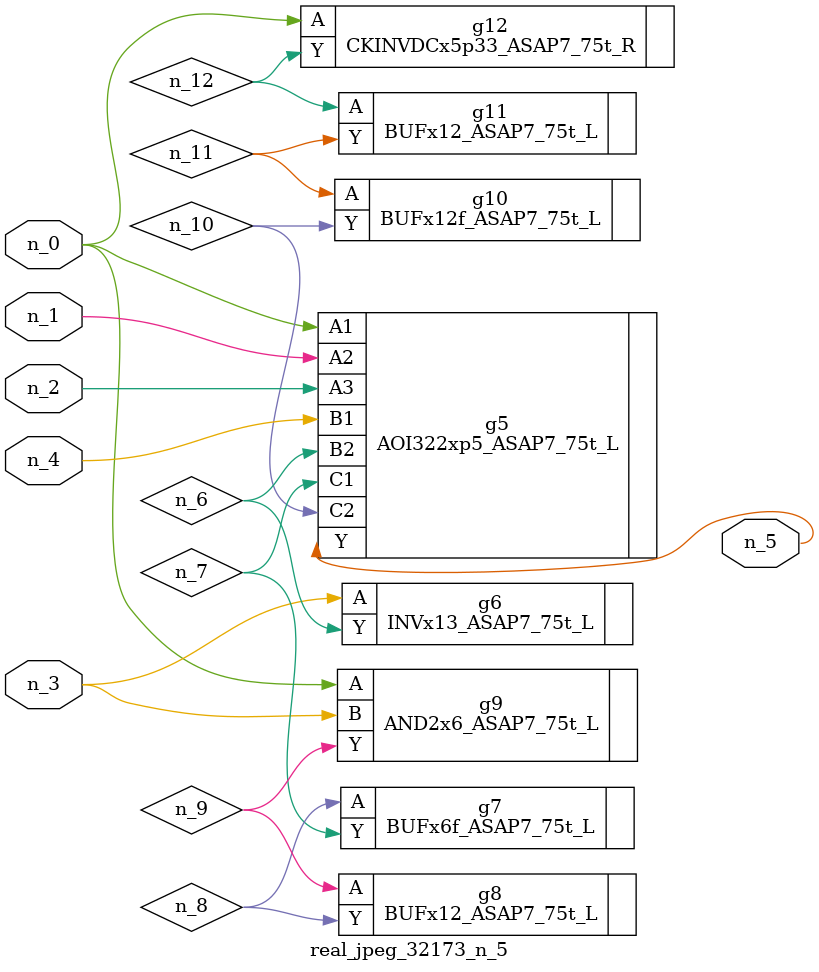
<source format=v>
module real_jpeg_32173_n_5 (n_4, n_0, n_1, n_2, n_3, n_5);

input n_4;
input n_0;
input n_1;
input n_2;
input n_3;

output n_5;

wire n_12;
wire n_8;
wire n_11;
wire n_6;
wire n_7;
wire n_10;
wire n_9;

AOI322xp5_ASAP7_75t_L g5 ( 
.A1(n_0),
.A2(n_1),
.A3(n_2),
.B1(n_4),
.B2(n_6),
.C1(n_7),
.C2(n_10),
.Y(n_5)
);

AND2x6_ASAP7_75t_L g9 ( 
.A(n_0),
.B(n_3),
.Y(n_9)
);

CKINVDCx5p33_ASAP7_75t_R g12 ( 
.A(n_0),
.Y(n_12)
);

INVx13_ASAP7_75t_L g6 ( 
.A(n_3),
.Y(n_6)
);

BUFx6f_ASAP7_75t_L g7 ( 
.A(n_8),
.Y(n_7)
);

BUFx12_ASAP7_75t_L g8 ( 
.A(n_9),
.Y(n_8)
);

BUFx12f_ASAP7_75t_L g10 ( 
.A(n_11),
.Y(n_10)
);

BUFx12_ASAP7_75t_L g11 ( 
.A(n_12),
.Y(n_11)
);


endmodule
</source>
